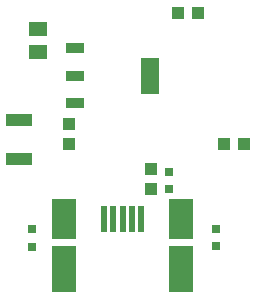
<source format=gbr>
G04 EAGLE Gerber RS-274X export*
G75*
%MOMM*%
%FSLAX34Y34*%
%LPD*%
%INSolderpaste Top*%
%IPPOS*%
%AMOC8*
5,1,8,0,0,1.08239X$1,22.5*%
G01*
%ADD10R,0.800000X0.800000*%
%ADD11R,1.000000X1.100000*%
%ADD12R,1.100000X1.000000*%
%ADD13R,0.500000X2.250000*%
%ADD14R,2.050000X4.000000*%
%ADD15R,2.050000X3.500000*%
%ADD16R,1.500000X1.300000*%
%ADD17R,2.200000X1.100000*%
%ADD18R,1.600200X0.838200*%
%ADD19R,1.600200X3.098800*%


D10*
X382080Y304557D03*
X382080Y319557D03*
D11*
X428630Y342788D03*
X445630Y342788D03*
D12*
X367082Y304540D03*
X367082Y321540D03*
D11*
X406335Y453510D03*
X389335Y453510D03*
D13*
X326646Y279100D03*
X334646Y279100D03*
X342646Y279100D03*
X350646Y279100D03*
X358646Y279100D03*
D14*
X391896Y236850D03*
D15*
X391896Y279350D03*
X293396Y279350D03*
D14*
X293396Y236850D03*
D12*
X297053Y359528D03*
X297053Y342528D03*
D16*
X270764Y420903D03*
X270764Y439903D03*
D17*
X255016Y330337D03*
X255016Y363337D03*
D10*
X421513Y256279D03*
X421513Y271279D03*
X265811Y255898D03*
X265811Y270898D03*
D18*
X302133Y423799D03*
X302133Y400685D03*
X302133Y377571D03*
D19*
X366141Y400685D03*
M02*

</source>
